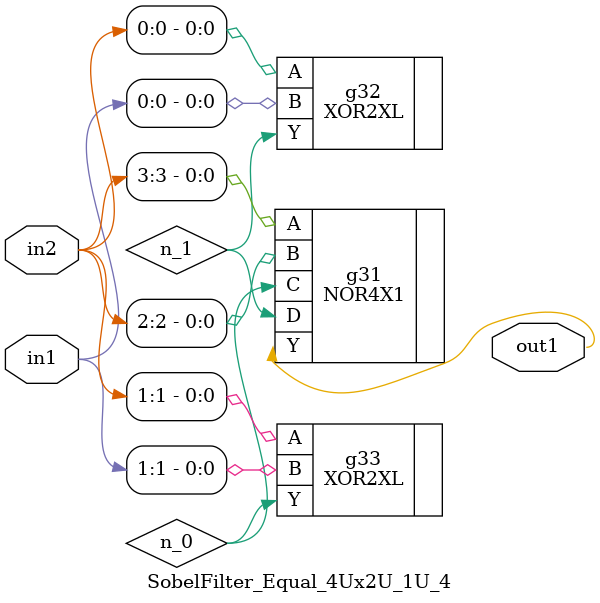
<source format=v>
`timescale 1ps / 1ps


module SobelFilter_Equal_4Ux2U_1U_4(in2, in1, out1);
  input [3:0] in2;
  input [1:0] in1;
  output out1;
  wire [3:0] in2;
  wire [1:0] in1;
  wire out1;
  wire n_0, n_1;
  NOR4X1 g31(.A (in2[3]), .B (in2[2]), .C (n_0), .D (n_1), .Y (out1));
  XOR2XL g32(.A (in2[0]), .B (in1[0]), .Y (n_1));
  XOR2XL g33(.A (in2[1]), .B (in1[1]), .Y (n_0));
endmodule



</source>
